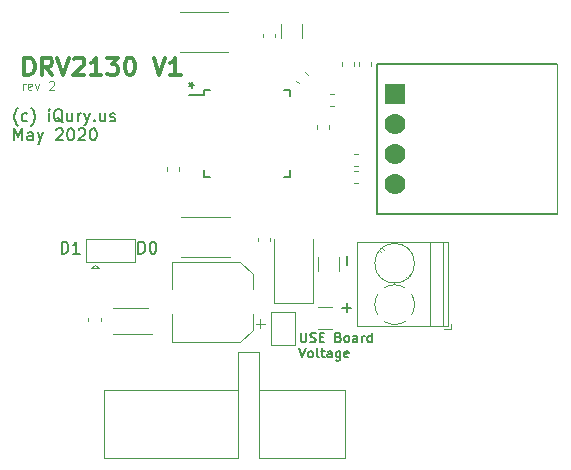
<source format=gto>
G04 #@! TF.GenerationSoftware,KiCad,Pcbnew,(5.99.0-8491-gb8dfcb34c4)*
G04 #@! TF.CreationDate,2021-01-20T09:42:39+01:00*
G04 #@! TF.ProjectId,TMC2130_Driver,544d4332-3133-4305-9f44-72697665722e,rev?*
G04 #@! TF.SameCoordinates,PX67f3540PY6cb8080*
G04 #@! TF.FileFunction,Legend,Top*
G04 #@! TF.FilePolarity,Positive*
%FSLAX46Y46*%
G04 Gerber Fmt 4.6, Leading zero omitted, Abs format (unit mm)*
G04 Created by KiCad (PCBNEW (5.99.0-8491-gb8dfcb34c4)) date 2021-01-20 09:42:39*
%MOMM*%
%LPD*%
G01*
G04 APERTURE LIST*
%ADD10C,0.300000*%
%ADD11C,0.150000*%
%ADD12C,0.100000*%
%ADD13C,0.120000*%
%ADD14R,1.778000X1.778000*%
%ADD15C,1.778000*%
G04 APERTURE END LIST*
D10*
X1198571Y32431429D02*
X1198571Y33931429D01*
X1555714Y33931429D01*
X1770000Y33860000D01*
X1912857Y33717143D01*
X1984285Y33574286D01*
X2055714Y33288572D01*
X2055714Y33074286D01*
X1984285Y32788572D01*
X1912857Y32645715D01*
X1770000Y32502858D01*
X1555714Y32431429D01*
X1198571Y32431429D01*
X3555714Y32431429D02*
X3055714Y33145715D01*
X2698571Y32431429D02*
X2698571Y33931429D01*
X3270000Y33931429D01*
X3412857Y33860000D01*
X3484285Y33788572D01*
X3555714Y33645715D01*
X3555714Y33431429D01*
X3484285Y33288572D01*
X3412857Y33217143D01*
X3270000Y33145715D01*
X2698571Y33145715D01*
X3984285Y33931429D02*
X4484285Y32431429D01*
X4984285Y33931429D01*
X5412857Y33788572D02*
X5484285Y33860000D01*
X5627142Y33931429D01*
X5984285Y33931429D01*
X6127142Y33860000D01*
X6198571Y33788572D01*
X6270000Y33645715D01*
X6270000Y33502858D01*
X6198571Y33288572D01*
X5341428Y32431429D01*
X6270000Y32431429D01*
X7698571Y32431429D02*
X6841428Y32431429D01*
X7270000Y32431429D02*
X7270000Y33931429D01*
X7127142Y33717143D01*
X6984285Y33574286D01*
X6841428Y33502858D01*
X8198571Y33931429D02*
X9127142Y33931429D01*
X8627142Y33360000D01*
X8841428Y33360000D01*
X8984285Y33288572D01*
X9055714Y33217143D01*
X9127142Y33074286D01*
X9127142Y32717143D01*
X9055714Y32574286D01*
X8984285Y32502858D01*
X8841428Y32431429D01*
X8412857Y32431429D01*
X8270000Y32502858D01*
X8198571Y32574286D01*
X10055714Y33931429D02*
X10198571Y33931429D01*
X10341428Y33860000D01*
X10412857Y33788572D01*
X10484285Y33645715D01*
X10555714Y33360000D01*
X10555714Y33002858D01*
X10484285Y32717143D01*
X10412857Y32574286D01*
X10341428Y32502858D01*
X10198571Y32431429D01*
X10055714Y32431429D01*
X9912857Y32502858D01*
X9841428Y32574286D01*
X9770000Y32717143D01*
X9698571Y33002858D01*
X9698571Y33360000D01*
X9770000Y33645715D01*
X9841428Y33788572D01*
X9912857Y33860000D01*
X10055714Y33931429D01*
X12127142Y33931429D02*
X12627142Y32431429D01*
X13127142Y33931429D01*
X14412857Y32431429D02*
X13555714Y32431429D01*
X13984285Y32431429D02*
X13984285Y33931429D01*
X13841428Y33717143D01*
X13698571Y33574286D01*
X13555714Y33502858D01*
D11*
X641309Y28151667D02*
X593690Y28199286D01*
X498452Y28342143D01*
X450833Y28437381D01*
X403214Y28580239D01*
X355595Y28818334D01*
X355595Y29008810D01*
X403214Y29246905D01*
X450833Y29389762D01*
X498452Y29485000D01*
X593690Y29627858D01*
X641309Y29675477D01*
X1450833Y28580239D02*
X1355595Y28532620D01*
X1165119Y28532620D01*
X1069880Y28580239D01*
X1022261Y28627858D01*
X974642Y28723096D01*
X974642Y29008810D01*
X1022261Y29104048D01*
X1069880Y29151667D01*
X1165119Y29199286D01*
X1355595Y29199286D01*
X1450833Y29151667D01*
X1784166Y28151667D02*
X1831785Y28199286D01*
X1927023Y28342143D01*
X1974642Y28437381D01*
X2022261Y28580239D01*
X2069880Y28818334D01*
X2069880Y29008810D01*
X2022261Y29246905D01*
X1974642Y29389762D01*
X1927023Y29485000D01*
X1831785Y29627858D01*
X1784166Y29675477D01*
X3307976Y28532620D02*
X3307976Y29199286D01*
X3307976Y29532620D02*
X3260357Y29485000D01*
X3307976Y29437381D01*
X3355595Y29485000D01*
X3307976Y29532620D01*
X3307976Y29437381D01*
X4450833Y28437381D02*
X4355595Y28485000D01*
X4260357Y28580239D01*
X4117500Y28723096D01*
X4022261Y28770715D01*
X3927023Y28770715D01*
X3974642Y28532620D02*
X3879404Y28580239D01*
X3784166Y28675477D01*
X3736547Y28865953D01*
X3736547Y29199286D01*
X3784166Y29389762D01*
X3879404Y29485000D01*
X3974642Y29532620D01*
X4165119Y29532620D01*
X4260357Y29485000D01*
X4355595Y29389762D01*
X4403214Y29199286D01*
X4403214Y28865953D01*
X4355595Y28675477D01*
X4260357Y28580239D01*
X4165119Y28532620D01*
X3974642Y28532620D01*
X5260357Y29199286D02*
X5260357Y28532620D01*
X4831785Y29199286D02*
X4831785Y28675477D01*
X4879404Y28580239D01*
X4974642Y28532620D01*
X5117500Y28532620D01*
X5212738Y28580239D01*
X5260357Y28627858D01*
X5736547Y28532620D02*
X5736547Y29199286D01*
X5736547Y29008810D02*
X5784166Y29104048D01*
X5831785Y29151667D01*
X5927023Y29199286D01*
X6022261Y29199286D01*
X6260357Y29199286D02*
X6498452Y28532620D01*
X6736547Y29199286D02*
X6498452Y28532620D01*
X6403214Y28294524D01*
X6355595Y28246905D01*
X6260357Y28199286D01*
X7117500Y28627858D02*
X7165119Y28580239D01*
X7117500Y28532620D01*
X7069880Y28580239D01*
X7117500Y28627858D01*
X7117500Y28532620D01*
X8022261Y29199286D02*
X8022261Y28532620D01*
X7593690Y29199286D02*
X7593690Y28675477D01*
X7641309Y28580239D01*
X7736547Y28532620D01*
X7879404Y28532620D01*
X7974642Y28580239D01*
X8022261Y28627858D01*
X8450833Y28580239D02*
X8546071Y28532620D01*
X8736547Y28532620D01*
X8831785Y28580239D01*
X8879404Y28675477D01*
X8879404Y28723096D01*
X8831785Y28818334D01*
X8736547Y28865953D01*
X8593690Y28865953D01*
X8498452Y28913572D01*
X8450833Y29008810D01*
X8450833Y29056429D01*
X8498452Y29151667D01*
X8593690Y29199286D01*
X8736547Y29199286D01*
X8831785Y29151667D01*
X355595Y26922620D02*
X355595Y27922620D01*
X688928Y27208334D01*
X1022261Y27922620D01*
X1022261Y26922620D01*
X1927023Y26922620D02*
X1927023Y27446429D01*
X1879404Y27541667D01*
X1784166Y27589286D01*
X1593690Y27589286D01*
X1498452Y27541667D01*
X1927023Y26970239D02*
X1831785Y26922620D01*
X1593690Y26922620D01*
X1498452Y26970239D01*
X1450833Y27065477D01*
X1450833Y27160715D01*
X1498452Y27255953D01*
X1593690Y27303572D01*
X1831785Y27303572D01*
X1927023Y27351191D01*
X2307976Y27589286D02*
X2546071Y26922620D01*
X2784166Y27589286D02*
X2546071Y26922620D01*
X2450833Y26684524D01*
X2403214Y26636905D01*
X2307976Y26589286D01*
X3879404Y27827381D02*
X3927023Y27875000D01*
X4022261Y27922620D01*
X4260357Y27922620D01*
X4355595Y27875000D01*
X4403214Y27827381D01*
X4450833Y27732143D01*
X4450833Y27636905D01*
X4403214Y27494048D01*
X3831785Y26922620D01*
X4450833Y26922620D01*
X5069880Y27922620D02*
X5165119Y27922620D01*
X5260357Y27875000D01*
X5307976Y27827381D01*
X5355595Y27732143D01*
X5403214Y27541667D01*
X5403214Y27303572D01*
X5355595Y27113096D01*
X5307976Y27017858D01*
X5260357Y26970239D01*
X5165119Y26922620D01*
X5069880Y26922620D01*
X4974642Y26970239D01*
X4927023Y27017858D01*
X4879404Y27113096D01*
X4831785Y27303572D01*
X4831785Y27541667D01*
X4879404Y27732143D01*
X4927023Y27827381D01*
X4974642Y27875000D01*
X5069880Y27922620D01*
X5784166Y27827381D02*
X5831785Y27875000D01*
X5927023Y27922620D01*
X6165119Y27922620D01*
X6260357Y27875000D01*
X6307976Y27827381D01*
X6355595Y27732143D01*
X6355595Y27636905D01*
X6307976Y27494048D01*
X5736547Y26922620D01*
X6355595Y26922620D01*
X6974642Y27922620D02*
X7069880Y27922620D01*
X7165119Y27875000D01*
X7212738Y27827381D01*
X7260357Y27732143D01*
X7307976Y27541667D01*
X7307976Y27303572D01*
X7260357Y27113096D01*
X7212738Y27017858D01*
X7165119Y26970239D01*
X7069880Y26922620D01*
X6974642Y26922620D01*
X6879404Y26970239D01*
X6831785Y27017858D01*
X6784166Y27113096D01*
X6736547Y27303572D01*
X6736547Y27541667D01*
X6784166Y27732143D01*
X6831785Y27827381D01*
X6879404Y27875000D01*
X6974642Y27922620D01*
X10841904Y17327620D02*
X10841904Y18327620D01*
X11080000Y18327620D01*
X11222857Y18280000D01*
X11318095Y18184762D01*
X11365714Y18089524D01*
X11413333Y17899048D01*
X11413333Y17756191D01*
X11365714Y17565715D01*
X11318095Y17470477D01*
X11222857Y17375239D01*
X11080000Y17327620D01*
X10841904Y17327620D01*
X12032380Y18327620D02*
X12127619Y18327620D01*
X12222857Y18280000D01*
X12270476Y18232381D01*
X12318095Y18137143D01*
X12365714Y17946667D01*
X12365714Y17708572D01*
X12318095Y17518096D01*
X12270476Y17422858D01*
X12222857Y17375239D01*
X12127619Y17327620D01*
X12032380Y17327620D01*
X11937142Y17375239D01*
X11889523Y17422858D01*
X11841904Y17518096D01*
X11794285Y17708572D01*
X11794285Y17946667D01*
X11841904Y18137143D01*
X11889523Y18232381D01*
X11937142Y18280000D01*
X12032380Y18327620D01*
X28468571Y17140953D02*
X28468571Y16379048D01*
X4341904Y17327620D02*
X4341904Y18327620D01*
X4580000Y18327620D01*
X4722857Y18280000D01*
X4818095Y18184762D01*
X4865714Y18089524D01*
X4913333Y17899048D01*
X4913333Y17756191D01*
X4865714Y17565715D01*
X4818095Y17470477D01*
X4722857Y17375239D01*
X4580000Y17327620D01*
X4341904Y17327620D01*
X5865714Y17327620D02*
X5294285Y17327620D01*
X5580000Y17327620D02*
X5580000Y18327620D01*
X5484761Y18184762D01*
X5389523Y18089524D01*
X5294285Y18041905D01*
X24587976Y10632096D02*
X24587976Y9984477D01*
X24626071Y9908286D01*
X24664166Y9870191D01*
X24740357Y9832096D01*
X24892738Y9832096D01*
X24968928Y9870191D01*
X25007023Y9908286D01*
X25045119Y9984477D01*
X25045119Y10632096D01*
X25387976Y9870191D02*
X25502261Y9832096D01*
X25692738Y9832096D01*
X25768928Y9870191D01*
X25807023Y9908286D01*
X25845119Y9984477D01*
X25845119Y10060667D01*
X25807023Y10136858D01*
X25768928Y10174953D01*
X25692738Y10213048D01*
X25540357Y10251143D01*
X25464166Y10289239D01*
X25426071Y10327334D01*
X25387976Y10403524D01*
X25387976Y10479715D01*
X25426071Y10555905D01*
X25464166Y10594000D01*
X25540357Y10632096D01*
X25730833Y10632096D01*
X25845119Y10594000D01*
X26187976Y10251143D02*
X26454642Y10251143D01*
X26568928Y9832096D02*
X26187976Y9832096D01*
X26187976Y10632096D01*
X26568928Y10632096D01*
X27787976Y10251143D02*
X27902261Y10213048D01*
X27940357Y10174953D01*
X27978452Y10098762D01*
X27978452Y9984477D01*
X27940357Y9908286D01*
X27902261Y9870191D01*
X27826071Y9832096D01*
X27521309Y9832096D01*
X27521309Y10632096D01*
X27787976Y10632096D01*
X27864166Y10594000D01*
X27902261Y10555905D01*
X27940357Y10479715D01*
X27940357Y10403524D01*
X27902261Y10327334D01*
X27864166Y10289239D01*
X27787976Y10251143D01*
X27521309Y10251143D01*
X28435595Y9832096D02*
X28359404Y9870191D01*
X28321309Y9908286D01*
X28283214Y9984477D01*
X28283214Y10213048D01*
X28321309Y10289239D01*
X28359404Y10327334D01*
X28435595Y10365429D01*
X28549880Y10365429D01*
X28626071Y10327334D01*
X28664166Y10289239D01*
X28702261Y10213048D01*
X28702261Y9984477D01*
X28664166Y9908286D01*
X28626071Y9870191D01*
X28549880Y9832096D01*
X28435595Y9832096D01*
X29387976Y9832096D02*
X29387976Y10251143D01*
X29349880Y10327334D01*
X29273690Y10365429D01*
X29121309Y10365429D01*
X29045119Y10327334D01*
X29387976Y9870191D02*
X29311785Y9832096D01*
X29121309Y9832096D01*
X29045119Y9870191D01*
X29007023Y9946381D01*
X29007023Y10022572D01*
X29045119Y10098762D01*
X29121309Y10136858D01*
X29311785Y10136858D01*
X29387976Y10174953D01*
X29768928Y9832096D02*
X29768928Y10365429D01*
X29768928Y10213048D02*
X29807023Y10289239D01*
X29845119Y10327334D01*
X29921309Y10365429D01*
X29997500Y10365429D01*
X30607023Y9832096D02*
X30607023Y10632096D01*
X30607023Y9870191D02*
X30530833Y9832096D01*
X30378452Y9832096D01*
X30302261Y9870191D01*
X30264166Y9908286D01*
X30226071Y9984477D01*
X30226071Y10213048D01*
X30264166Y10289239D01*
X30302261Y10327334D01*
X30378452Y10365429D01*
X30530833Y10365429D01*
X30607023Y10327334D01*
X24473690Y9344096D02*
X24740357Y8544096D01*
X25007023Y9344096D01*
X25387976Y8544096D02*
X25311785Y8582191D01*
X25273690Y8620286D01*
X25235595Y8696477D01*
X25235595Y8925048D01*
X25273690Y9001239D01*
X25311785Y9039334D01*
X25387976Y9077429D01*
X25502261Y9077429D01*
X25578452Y9039334D01*
X25616547Y9001239D01*
X25654642Y8925048D01*
X25654642Y8696477D01*
X25616547Y8620286D01*
X25578452Y8582191D01*
X25502261Y8544096D01*
X25387976Y8544096D01*
X26111785Y8544096D02*
X26035595Y8582191D01*
X25997500Y8658381D01*
X25997500Y9344096D01*
X26302261Y9077429D02*
X26607023Y9077429D01*
X26416547Y9344096D02*
X26416547Y8658381D01*
X26454642Y8582191D01*
X26530833Y8544096D01*
X26607023Y8544096D01*
X27216547Y8544096D02*
X27216547Y8963143D01*
X27178452Y9039334D01*
X27102261Y9077429D01*
X26949880Y9077429D01*
X26873690Y9039334D01*
X27216547Y8582191D02*
X27140357Y8544096D01*
X26949880Y8544096D01*
X26873690Y8582191D01*
X26835595Y8658381D01*
X26835595Y8734572D01*
X26873690Y8810762D01*
X26949880Y8848858D01*
X27140357Y8848858D01*
X27216547Y8886953D01*
X27940357Y9077429D02*
X27940357Y8429810D01*
X27902261Y8353620D01*
X27864166Y8315524D01*
X27787976Y8277429D01*
X27673690Y8277429D01*
X27597500Y8315524D01*
X27940357Y8582191D02*
X27864166Y8544096D01*
X27711785Y8544096D01*
X27635595Y8582191D01*
X27597500Y8620286D01*
X27559404Y8696477D01*
X27559404Y8925048D01*
X27597500Y9001239D01*
X27635595Y9039334D01*
X27711785Y9077429D01*
X27864166Y9077429D01*
X27940357Y9039334D01*
X28626071Y8582191D02*
X28549880Y8544096D01*
X28397500Y8544096D01*
X28321309Y8582191D01*
X28283214Y8658381D01*
X28283214Y8963143D01*
X28321309Y9039334D01*
X28397500Y9077429D01*
X28549880Y9077429D01*
X28626071Y9039334D01*
X28664166Y8963143D01*
X28664166Y8886953D01*
X28283214Y8810762D01*
D12*
X1076428Y31190715D02*
X1076428Y31690715D01*
X1076428Y31547858D02*
X1112142Y31619286D01*
X1147857Y31655000D01*
X1219285Y31690715D01*
X1290714Y31690715D01*
X1826428Y31226429D02*
X1755000Y31190715D01*
X1612142Y31190715D01*
X1540714Y31226429D01*
X1505000Y31297858D01*
X1505000Y31583572D01*
X1540714Y31655000D01*
X1612142Y31690715D01*
X1755000Y31690715D01*
X1826428Y31655000D01*
X1862142Y31583572D01*
X1862142Y31512143D01*
X1505000Y31440715D01*
X2112142Y31690715D02*
X2290714Y31190715D01*
X2469285Y31690715D01*
X3290714Y31869286D02*
X3326428Y31905000D01*
X3397857Y31940715D01*
X3576428Y31940715D01*
X3647857Y31905000D01*
X3683571Y31869286D01*
X3719285Y31797858D01*
X3719285Y31726429D01*
X3683571Y31619286D01*
X3255000Y31190715D01*
X3719285Y31190715D01*
D11*
X28468571Y13140953D02*
X28468571Y12379048D01*
X28087619Y12760000D02*
X28849523Y12760000D01*
X15567619Y31626000D02*
X15329523Y31626000D01*
X15424761Y31864096D02*
X15329523Y31626000D01*
X15424761Y31387905D01*
X15139047Y31768858D02*
X15329523Y31626000D01*
X15139047Y31483143D01*
D13*
X13280000Y24672779D02*
X13280000Y24347221D01*
X14300000Y24672779D02*
X14300000Y24347221D01*
X24444478Y31734273D02*
X24214273Y31964478D01*
X25165727Y32455522D02*
X24935522Y32685727D01*
X24730000Y35547936D02*
X24730000Y36752064D01*
X22910000Y35547936D02*
X22910000Y36752064D01*
X19252800Y14800D02*
X7952800Y14800D01*
X21052800Y14800D02*
X28352800Y14800D01*
X28352800Y5814800D02*
X28352800Y14800D01*
X19252800Y5814800D02*
X19252800Y9014800D01*
X7952800Y5814800D02*
X19252800Y5814800D01*
X7952800Y14800D02*
X7952800Y5814800D01*
X19252800Y5814800D02*
X19252800Y14800D01*
X21052800Y5814800D02*
X21052800Y14800D01*
X21052800Y9014800D02*
X21052800Y5814800D01*
X19252800Y9014800D02*
X21052800Y9014800D01*
X28352800Y5814800D02*
X21052800Y5814800D01*
D12*
X46250000Y20660000D02*
X46250000Y33360000D01*
D11*
X46256000Y20660000D02*
X31016000Y20660000D01*
X31016000Y20660000D02*
X31016000Y33360000D01*
X46256000Y33360000D02*
X31016000Y33360000D01*
D13*
X29530000Y33522779D02*
X29530000Y33197221D01*
X30550000Y33522779D02*
X30550000Y33197221D01*
X18592064Y17040000D02*
X14487936Y17040000D01*
X18592064Y20460000D02*
X14487936Y20460000D01*
X18432064Y37800000D02*
X14327936Y37800000D01*
X18432064Y34380000D02*
X14327936Y34380000D01*
X29077221Y24290000D02*
X29402779Y24290000D01*
X29077221Y23270000D02*
X29402779Y23270000D01*
X11620800Y12749200D02*
X8720800Y12749200D01*
X11980800Y10509200D02*
X8720800Y10509200D01*
X7640000Y11579721D02*
X7640000Y11905279D01*
X6620000Y11579721D02*
X6620000Y11905279D01*
X19465563Y16650000D02*
X13710000Y16650000D01*
X13710000Y9830000D02*
X13710000Y12180000D01*
X20530000Y15585563D02*
X20530000Y14300000D01*
X13710000Y16650000D02*
X13710000Y14300000D01*
X20530000Y10894437D02*
X20530000Y12180000D01*
X21163750Y10998750D02*
X21163750Y11786250D01*
X20530000Y15585563D02*
X19465563Y16650000D01*
X20530000Y10894437D02*
X19465563Y9830000D01*
X21557500Y11392500D02*
X20770000Y11392500D01*
X19465563Y9830000D02*
X13710000Y9830000D01*
X27850000Y17062064D02*
X27850000Y15857936D01*
X26030000Y17062064D02*
X26030000Y15857936D01*
X25980000Y27897221D02*
X25980000Y28222779D01*
X27000000Y27897221D02*
X27000000Y28222779D01*
X27077221Y30820000D02*
X27402779Y30820000D01*
X27077221Y29800000D02*
X27402779Y29800000D01*
X28050000Y33522779D02*
X28050000Y33197221D01*
X29070000Y33522779D02*
X29070000Y33197221D01*
X36700000Y10960000D02*
X37340000Y10960000D01*
X29380000Y11200000D02*
X29380000Y18320000D01*
X29380000Y18320000D02*
X37100000Y18320000D01*
X37340000Y10960000D02*
X37340000Y11360000D01*
X33481000Y15365000D02*
X33609000Y15236000D01*
X33721000Y15535000D02*
X33814000Y15441000D01*
X35540000Y11200000D02*
X35540000Y18320000D01*
X37100000Y11200000D02*
X37100000Y18320000D01*
X36640000Y11200000D02*
X36640000Y18320000D01*
X31265000Y17580000D02*
X31359000Y17486000D01*
X29380000Y11200000D02*
X37100000Y11200000D01*
X31471000Y17785000D02*
X31599000Y17656000D01*
X31114642Y12120106D02*
G75*
G02*
X31100000Y13876000I1425358J889894D01*
G01*
X33964721Y13900264D02*
G75*
G02*
X34220000Y13010000I-1424721J-890264D01*
G01*
X33429894Y11584642D02*
G75*
G02*
X31674000Y11570000I-889894J1425358D01*
G01*
X31649807Y14435505D02*
G75*
G02*
X33431000Y14435000I890193J-1425505D01*
G01*
X34220099Y13038674D02*
G75*
G02*
X33980000Y12144000I-1680099J-28674D01*
G01*
X34220000Y16510000D02*
G75*
G03*
X34220000Y16510000I-1680000J0D01*
G01*
X7170000Y16400000D02*
X7470000Y16100000D01*
X6420000Y16600000D02*
X6420000Y18600000D01*
X6420000Y18600000D02*
X10520000Y18600000D01*
X7170000Y16400000D02*
X6870000Y16100000D01*
X10520000Y16600000D02*
X6420000Y16600000D01*
X10520000Y18600000D02*
X10520000Y16600000D01*
X6870000Y16100000D02*
X7470000Y16100000D01*
X24080000Y12350000D02*
X24080000Y9550000D01*
X22080000Y9550000D02*
X22080000Y12350000D01*
X24080000Y9550000D02*
X22080000Y9550000D01*
X22080000Y12350000D02*
X24080000Y12350000D01*
D11*
X16365000Y31185000D02*
X16915000Y31185000D01*
X23715000Y23835000D02*
X23715000Y24385000D01*
X23715000Y31185000D02*
X23165000Y31185000D01*
X23715000Y31185000D02*
X23715000Y30635000D01*
X23715000Y23835000D02*
X23165000Y23835000D01*
X16365000Y31185000D02*
X16365000Y30735000D01*
X16365000Y23835000D02*
X16915000Y23835000D01*
X16365000Y30735000D02*
X15090000Y30735000D01*
X16365000Y23835000D02*
X16365000Y24385000D01*
D13*
X29077221Y25770000D02*
X29402779Y25770000D01*
X29077221Y24750000D02*
X29402779Y24750000D01*
X22360000Y13150000D02*
X22360000Y18550000D01*
X25660000Y13150000D02*
X25660000Y18550000D01*
X22360000Y13150000D02*
X25660000Y13150000D01*
X27232064Y10970000D02*
X26027936Y10970000D01*
X27232064Y12790000D02*
X26027936Y12790000D01*
X21420000Y35637221D02*
X21420000Y35962779D01*
X22440000Y35637221D02*
X22440000Y35962779D01*
X22030000Y18682779D02*
X22030000Y18357221D01*
X21010000Y18682779D02*
X21010000Y18357221D01*
D14*
X32540000Y30820000D03*
D15*
X32540000Y28280000D03*
X32540000Y25740000D03*
X32540000Y23200000D03*
M02*

</source>
